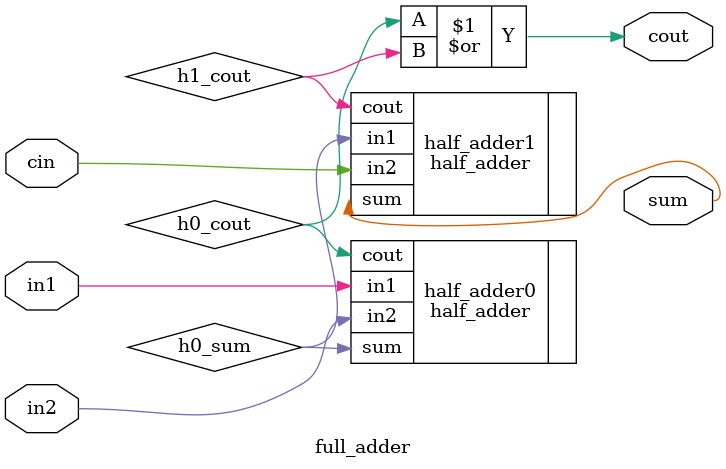
<source format=v>
module full_adder
(
	input	wire	in1,
	input	wire	in2,
	input	wire	cin,

	output	wire	cout,
	output	wire	sum
);

wire	h0_sum;
wire	h0_cout;
wire	h1_cout;

half_adder half_adder0
(
	.in1(in1),
	.in2(in2),
	.cout(h0_cout),
	.sum(h0_sum)
);

half_adder half_adder1
(
	.in1(h0_sum),
	.in2(cin),
	.cout(h1_cout),
	.sum(sum)
);

assign	cout = h0_cout | h1_cout;

endmodule

</source>
